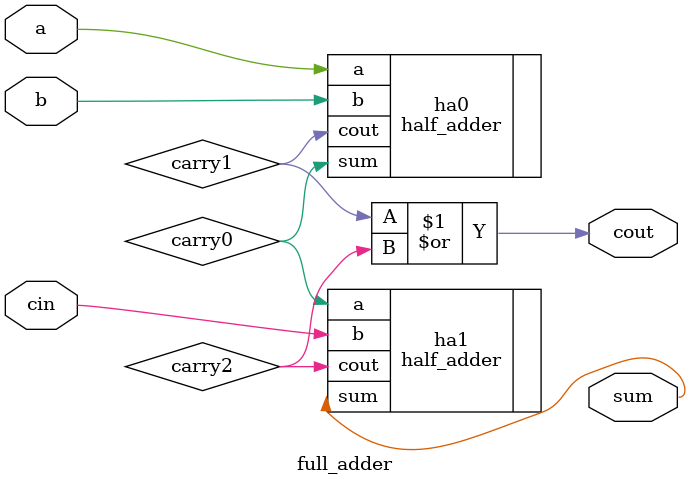
<source format=v>
module full_adder(
    input a,
    input b,
    input cin,
    output sum,
    output cout
);

wire carry0, carry1, carry2;

half_adder ha0(
    .a(a),
    .b(b),
    .sum(carry0),
    .cout(carry1)
);

half_adder ha1(
    .a(carry0),
    .b(cin),
    .sum(sum),
    .cout(carry2)
);

assign cout = carry1 | carry2;

endmodule
</source>
